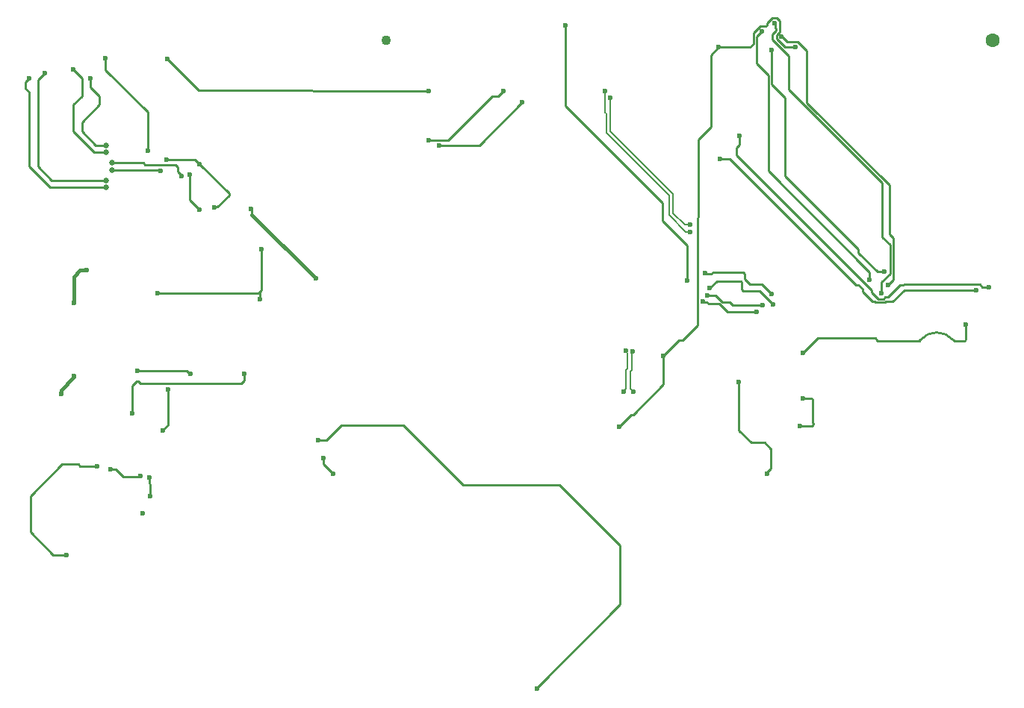
<source format=gbr>
%TF.GenerationSoftware,Altium Limited,Altium Designer,25.8.1 (18)*%
G04 Layer_Physical_Order=4*
G04 Layer_Color=16440176*
%FSLAX45Y45*%
%MOMM*%
%TF.SameCoordinates,716D66D7-A0E9-4909-A487-8E51579E39AF*%
%TF.FilePolarity,Positive*%
%TF.FileFunction,Copper,L4,Inr,Signal*%
%TF.Part,Single*%
G01*
G75*
%TA.AperFunction,Conductor*%
%ADD133C,0.25400*%
%ADD138C,0.40000*%
%TA.AperFunction,ComponentPad*%
%ADD148C,1.10000*%
%ADD149C,1.60000*%
%ADD153C,0.65000*%
%TA.AperFunction,ViaPad*%
%ADD161C,0.60000*%
%TA.AperFunction,Conductor*%
%ADD162C,0.16725*%
D133*
X12799533Y8725611D02*
G03*
X12802773Y8728807I-16145J19609D01*
G01*
X13178833Y8728750D02*
G03*
X12802773Y8728807I-188053J-158079D01*
G01*
X13178833Y8728750D02*
G03*
X13182027Y8725610I19338J16469D01*
G01*
X4267200Y11922760D02*
X4628700Y11561260D01*
X7231157Y11558657D01*
X6037580Y7322420D02*
Y7391400D01*
Y7322420D02*
X6150000Y7210000D01*
X3870000Y7900000D02*
Y8210000D01*
X3919479Y8259479D01*
X3940521D01*
X3960000Y8240000D02*
X5110000D01*
X3940521Y8259479D02*
X3960000Y8240000D01*
X5110000D02*
X5140000Y8270000D01*
Y8350000D01*
X2975719Y6289600D02*
X3123859D01*
X3625319Y7260000D02*
X3687799D01*
X4062219Y7100400D02*
Y7173100D01*
X4070319Y6965000D02*
Y7092300D01*
X4062219Y7100400D02*
X4070319Y7092300D01*
Y6965000D02*
X4075319Y6960000D01*
X3983119Y6766560D02*
X3985659D01*
X3075599Y7320280D02*
X3259247D01*
X3279567Y7299960D01*
X3472579D01*
X3953639Y7176500D02*
X3960259Y7183120D01*
X3687799Y7260000D02*
X3771938Y7175860D01*
X3904858D01*
X3905498Y7176500D02*
X3953639D01*
X3904858Y7175860D02*
X3905498Y7176500D01*
X2715319Y6550000D02*
Y6960000D01*
X3075599Y7320280D01*
X2715319Y6550000D02*
X2975719Y6289600D01*
X4280000Y7767420D02*
Y8170000D01*
X4218940Y7706360D02*
X4280000Y7767420D01*
X8458200Y4784563D02*
X8475500Y4801863D01*
Y4802660D02*
X9400000Y5727160D01*
X8458200Y4775200D02*
Y4784563D01*
X8475500Y4801863D02*
Y4802660D01*
X9400000Y5727160D02*
Y6400000D01*
X5336540Y9296540D02*
Y9761220D01*
X5320000Y9280000D02*
X5336540Y9296540D01*
X5220000Y10220000D02*
X5228748Y10211252D01*
Y10151252D02*
Y10211252D01*
X4800600Y10233660D02*
X4807220Y10240280D01*
X4837700D02*
X4968189Y10370769D01*
X4807220Y10240280D02*
X4837700D01*
X4968189Y10370769D02*
Y10391811D01*
X4630000Y10730000D02*
X4968189Y10391811D01*
X4050000Y11050000D02*
X4051260Y11051260D01*
Y11315497D01*
X4050000Y10880000D02*
Y11050000D01*
X3570000Y11796757D02*
Y11930000D01*
Y11796757D02*
X4051260Y11315497D01*
X4580000Y10780000D02*
X4630000Y10730000D01*
X4520000Y10320000D02*
Y10610000D01*
Y10320000D02*
X4630000Y10210000D01*
X3210000Y8310637D02*
Y8320000D01*
X4155440Y9263380D02*
X4158820Y9260000D01*
X5300000D01*
X5320000Y9280000D01*
X3996858Y10740000D02*
X4016858Y10720000D01*
X3643000Y10740000D02*
X3996858D01*
X4016858Y10720000D02*
X4360000D01*
X4387459Y10692541D01*
Y10641904D02*
Y10692541D01*
Y10641904D02*
X4430000Y10599363D01*
X4260000Y10780000D02*
X4580000D01*
X3648000Y10655000D02*
X4185000D01*
X11112500Y7268683D02*
Y7493000D01*
X11069320Y7216140D02*
Y7225503D01*
X11112500Y7268683D01*
X11041380Y7564120D02*
X11112500Y7493000D01*
X9525458Y7882078D02*
X9550890D01*
X9387840Y7744460D02*
X9525458Y7882078D01*
X10432080Y11966240D02*
X10520680Y12054840D01*
X10112304Y8728004D02*
X10279380Y8895080D01*
X9893300Y8552180D02*
X10069124Y8728004D01*
X9893300Y8224489D02*
Y8552180D01*
X9550890Y7882078D02*
X9893300Y8224489D01*
X10069124Y8728004D02*
X10112304D01*
X10279380Y8895080D02*
Y10116820D01*
X10432080Y11150900D02*
Y11966240D01*
X10279380Y10116820D02*
X10287000Y10124440D01*
Y11005820D02*
X10432080Y11150900D01*
X10287000Y10124440D02*
Y11005820D01*
X11173672Y12384860D02*
X11207392Y12351139D01*
X11175744Y12147502D02*
Y12193645D01*
Y12147502D02*
X11268406Y12054840D01*
X11389360D01*
X11207392Y12225293D02*
Y12351139D01*
X11127528Y12384860D02*
X11173672D01*
X11175744Y12193645D02*
X11207392Y12225293D01*
X11070167Y12327498D02*
X11127528Y12384860D01*
X10911540Y12090100D02*
Y12214592D01*
X10520680Y12054840D02*
X10876280D01*
X10911540Y12214592D02*
X10987828Y12290880D01*
X11070167Y12305485D02*
Y12327498D01*
X10987828Y12290880D02*
X11033972D01*
X11055288Y12290606D02*
X11070167Y12305485D01*
X10876280Y12054840D02*
X10911540Y12090100D01*
X11033972Y12290880D02*
X11034246Y12290606D01*
X11055288D01*
X8785860Y11845728D02*
Y12303760D01*
X8778200Y11389400D02*
Y11838069D01*
X8785860Y11845728D01*
X11240092Y12170573D02*
X11292902Y12117763D01*
X11127440Y12141500D02*
Y12199647D01*
X11315700Y11569700D02*
Y11953240D01*
X11127440Y12141500D02*
X11315700Y11953240D01*
X11231444Y12170573D02*
X11240092D01*
X11292902Y12117763D02*
X11413071D01*
X8778200Y11389400D02*
X9884982Y10282618D01*
Y10079418D02*
Y10282618D01*
Y10079418D02*
X10160000Y9804400D01*
X10349500Y9160240D02*
X10382520D01*
X10403840Y9138920D02*
X10528300D01*
X10342880Y9166860D02*
X10349500Y9160240D01*
X10382520D02*
X10403840Y9138920D01*
X10392787Y9237980D02*
X10483546D01*
X10391874Y9237067D02*
X10392787Y9237980D01*
X12783388Y8719820D02*
X12792500Y8719820D01*
X13198170Y8719820D02*
X13307420D01*
X12323053D02*
X12783388D01*
X13182027Y8725610D02*
X13189059Y8719820D01*
X12792500D02*
X12799533Y8725611D01*
X13189059Y8719820D02*
X13198170Y8719820D01*
X13322301Y8734699D02*
Y8902700D01*
X13314861Y8727259D02*
X13322301Y8734699D01*
X12292573Y8750300D02*
X12315613Y8727259D01*
X13307420Y8719820D02*
X13314861Y8727259D01*
X12315613Y8727259D02*
X12323053Y8719820D01*
X11641068Y8750300D02*
X12292573D01*
X11150600Y12329160D02*
X11159348Y12320412D01*
X10949940Y12174220D02*
X11010900Y12235180D01*
X11127440Y12199647D02*
X11168992Y12241199D01*
X11267740Y10594040D02*
Y11481770D01*
Y10594040D02*
X12103983Y9757797D01*
X11120120Y11629390D02*
X11267740Y11481770D01*
X10751820Y10948834D02*
Y11049000D01*
X10718800Y10828020D02*
Y10915814D01*
X10751820Y10948834D01*
X10718800Y10828020D02*
X12252960Y9293860D01*
X11476763Y8585995D02*
X11641068Y8750300D01*
X7233920Y10998200D02*
X7236760Y11001040D01*
X7373595D01*
X7378975Y10995660D01*
X7449820D01*
X7848600Y11394440D01*
Y11394715D01*
X7948079Y11494193D01*
X8016933D01*
X8077200Y11554460D01*
X12453620Y9934259D02*
Y10486086D01*
X11516060Y11423646D02*
Y12014775D01*
X11315700Y11569700D02*
X12374880Y10510520D01*
X11516060Y11423646D02*
X12453620Y10486086D01*
X12374880Y9895676D02*
Y10510520D01*
X12453620Y9934259D02*
X12499940Y9887939D01*
Y9416380D02*
Y9887939D01*
X7807960Y10939780D02*
X8293100Y11424920D01*
X7348220Y10939780D02*
X7807960D01*
X10483546Y9237980D02*
X10557626Y9163900D01*
X10363200Y9489440D02*
X10373360Y9479280D01*
X10436860D01*
X10454640Y9497060D01*
X10800441D01*
X10815320Y9482181D01*
Y9423400D02*
Y9482181D01*
Y9423400D02*
X10873740Y9364980D01*
X11005820D01*
X11115040Y9255760D01*
X10416540Y9319260D02*
X10497820Y9400540D01*
X10767421D01*
X10782300Y9385661D01*
Y9303659D02*
Y9385661D01*
Y9303659D02*
X10797179Y9288780D01*
X10980420D01*
X11135360Y9133840D01*
X10557626Y9163900D02*
X10640480D01*
X10681920Y9122460D01*
X11014660D01*
X10528300Y9138920D02*
X10617200Y9050020D01*
X10952480D01*
X13506776Y9331960D02*
X13583920D01*
X13478537Y9360200D02*
X13506776Y9331960D01*
X12616480Y9360200D02*
X13478537D01*
X12613640Y9357360D02*
X12616480Y9360200D01*
X12578080Y9357360D02*
X12613640D01*
X12435840Y9215120D02*
X12578080Y9357360D01*
X12408175Y9215120D02*
X12435840D01*
X12390095Y9197040D02*
X12408175Y9215120D01*
X12326559Y9197040D02*
X12390095D01*
X12303760Y9219839D02*
X12326559Y9197040D01*
X12303760Y9219839D02*
Y9220200D01*
X12252960Y9271000D02*
X12303760Y9220200D01*
X12252960Y9271000D02*
Y9293860D01*
X12414220Y9166860D02*
X12491720D01*
X12296074Y9158640D02*
X12406000D01*
X12414220Y9166860D01*
X12287854D02*
X12296074Y9158640D01*
X12265660Y9166860D02*
X12287854D01*
X12364720Y9258300D02*
Y9385025D01*
X11081720Y10647980D02*
X12230100Y9499600D01*
X11081720Y10647980D02*
Y11737640D01*
X12230100Y9415780D02*
Y9499600D01*
X12323114Y9503106D02*
X12396166D01*
X12103983Y9722237D02*
Y9757797D01*
Y9722237D02*
X12323114Y9503106D01*
X12374880Y9895676D02*
X12461540Y9809016D01*
X12396166Y9503106D02*
X12400280Y9507220D01*
X12461540Y9481845D02*
Y9809016D01*
X12438380Y9354820D02*
X12499940Y9416380D01*
X12364720Y9385025D02*
X12461540Y9481845D01*
X10647680Y10784840D02*
X12075910Y9356610D01*
X12104186D01*
X12151459Y9281061D02*
Y9309336D01*
X10530840Y10784840D02*
X10647680D01*
X12151459Y9281061D02*
X12265660Y9166860D01*
X12104186Y9356610D02*
X12151459Y9309336D01*
X12491720Y9166860D02*
X12623800Y9298940D01*
X13439140D01*
X10160000Y9408160D02*
Y9804400D01*
X11168992Y12241199D02*
Y12262241D01*
X11159348Y12271885D02*
Y12320412D01*
Y12271885D02*
X11168992Y12262241D01*
X11120120Y11629390D02*
Y12021820D01*
X11413071Y12117763D02*
X11516060Y12014775D01*
X10949940Y11869420D02*
X11081720Y11737640D01*
X10949940Y11869420D02*
Y12174220D01*
X6941476Y7761260D02*
X7617732Y7085004D01*
X8714996D01*
X5980000Y7590000D02*
X6071739D01*
X6242999Y7761260D01*
X6941476D01*
X8714996Y7085004D02*
X9400000Y6400000D01*
X2661600Y11584094D02*
Y11653843D01*
X2704680Y11696923D01*
Y11700000D01*
X11574780Y7752080D02*
X11589659Y7766959D01*
X11440160Y7752080D02*
X11574780D01*
X11587480Y7790180D02*
X11589659Y7788001D01*
Y7766959D02*
Y7788001D01*
X11470640Y8069580D02*
X11572601D01*
X11587480Y8054701D01*
Y7790180D02*
Y8054701D01*
X10746740Y7703820D02*
Y8255000D01*
Y7703820D02*
X10886440Y7564120D01*
X11041380D01*
X2800000Y11680000D02*
X2880000Y11760000D01*
X2800000Y10700000D02*
Y11680000D01*
X4519284Y8350000D02*
X4530000D01*
X4489284Y8380000D02*
X4519284Y8350000D01*
X3930000Y8380000D02*
X4489284D01*
X5320000Y9190000D02*
Y9280000D01*
X3300000Y11100000D02*
Y11200000D01*
Y11100000D02*
X3460000Y10940000D01*
X3573000D01*
X3200000Y11800000D02*
X3300000Y11700000D01*
Y11500000D02*
Y11700000D01*
X3400000Y11600000D02*
Y11700000D01*
Y11600000D02*
X3500000Y11500000D01*
X2661600Y11584094D02*
X2700000Y11545694D01*
Y10700000D02*
Y11545694D01*
Y10700000D02*
X2940000Y10460000D01*
X2800000Y10700000D02*
X2960000Y10540000D01*
X3573000D01*
X2940000Y10460000D02*
X3573000D01*
X3200000Y11400000D02*
X3300000Y11500000D01*
X3200000Y11100000D02*
Y11400000D01*
Y11100000D02*
X3440000Y10860000D01*
X3573000D01*
X3500000Y11400000D02*
Y11500000D01*
X3300000Y11200000D02*
X3500000Y11400000D01*
D138*
X3064000Y8115660D02*
Y8164637D01*
X3206173Y8306811D02*
Y8310761D01*
X3064000Y8164637D02*
X3206173Y8306811D01*
Y8310761D02*
X3210000D01*
X5228748Y10151252D02*
X5950000Y9430000D01*
X3210000Y9447870D02*
X3282050Y9519920D01*
X3357880D01*
X3210000Y9150000D02*
Y9447870D01*
D148*
X6747500Y12128800D02*
D03*
D149*
X13627499D02*
D03*
D153*
X3573000Y10540000D02*
D03*
Y10460000D02*
D03*
Y10940000D02*
D03*
Y10860000D02*
D03*
X3643000Y10660000D02*
D03*
Y10740000D02*
D03*
D161*
X6150000Y7210000D02*
D03*
X6037580Y7391400D02*
D03*
X3870000Y7900000D02*
D03*
X5140000Y8350000D02*
D03*
X3985659Y6766560D02*
D03*
X4075319Y6960000D02*
D03*
X3625319Y7260000D02*
D03*
X3472579Y7299960D02*
D03*
X3123859Y6289600D02*
D03*
X3960259Y7183120D02*
D03*
X4062219Y7173100D02*
D03*
X4214259Y7706360D02*
D03*
X4280000Y8170000D02*
D03*
X8458200Y4775200D02*
D03*
X5336540Y9761220D02*
D03*
X4800600Y10233660D02*
D03*
X4050000Y10880000D02*
D03*
X5220000Y10220000D02*
D03*
X5950000Y9430000D02*
D03*
X3570000Y11930000D02*
D03*
X3064000Y8115660D02*
D03*
X4155440Y9263380D02*
D03*
X3357880Y9519920D02*
D03*
X4260000Y10780000D02*
D03*
X9544575Y8604541D02*
D03*
X9471660Y8608060D02*
D03*
X9550400Y8143240D02*
D03*
X9438640Y8145780D02*
D03*
X11069320Y7216140D02*
D03*
X9387840Y7744460D02*
D03*
X11389360Y12054840D02*
D03*
X10520680D02*
D03*
X9893300Y8552180D02*
D03*
X8785860Y12303760D02*
D03*
X11231444Y12170573D02*
D03*
X7231157Y11558657D02*
D03*
X10195560Y10038080D02*
D03*
X10198100Y9959340D02*
D03*
X10342880Y9166860D02*
D03*
X10391874Y9237067D02*
D03*
X11150600Y12329160D02*
D03*
X11010900Y12235180D02*
D03*
X9232900Y11557000D02*
D03*
X9291320Y11483340D02*
D03*
X10751820Y11049000D02*
D03*
X11476763Y8585995D02*
D03*
X13322301Y8902700D02*
D03*
X7233920Y10998200D02*
D03*
X8077200Y11554460D02*
D03*
X10416540Y9319260D02*
D03*
X10363200Y9489440D02*
D03*
X10952480Y9050020D02*
D03*
X11014660Y9122460D02*
D03*
X11135360Y9133840D02*
D03*
X11115040Y9255760D02*
D03*
X7348220Y10939780D02*
D03*
X12364720Y9258300D02*
D03*
X12400280Y9507220D02*
D03*
X10530840Y10784840D02*
D03*
X13439140Y9298940D02*
D03*
X13583920Y9331960D02*
D03*
X10160000Y9408160D02*
D03*
X11120120Y12021820D02*
D03*
X12438380Y9354820D02*
D03*
X12230100Y9415780D02*
D03*
X5980000Y7590000D02*
D03*
X8293100Y11424920D02*
D03*
X4267200Y11922760D02*
D03*
X2704680Y11700000D02*
D03*
X11440160Y7752080D02*
D03*
X11470640Y8069580D02*
D03*
X10746740Y8255000D02*
D03*
X2880000Y11760000D02*
D03*
X4190000Y10650000D02*
D03*
X4430000Y10590000D02*
D03*
X4530000Y8350000D02*
D03*
X3930000Y8380000D02*
D03*
X3210000Y8320000D02*
D03*
Y9150000D02*
D03*
X5320000Y9190000D02*
D03*
X4630000Y10210000D02*
D03*
X4520000Y10610000D02*
D03*
X4630000Y10730000D02*
D03*
X3400000Y11700000D02*
D03*
X3200000Y11800000D02*
D03*
D162*
X9531480Y8579735D02*
X9544575Y8592830D01*
Y8604541D01*
X9549317Y8143240D02*
X9550400D01*
X9517882Y8174675D02*
X9549317Y8143240D01*
X9531480Y8386212D02*
Y8579735D01*
X9517882Y8372615D02*
X9531480Y8386212D01*
X9517882Y8174675D02*
Y8372615D01*
X9484755Y8405566D02*
Y8583255D01*
X9471660Y8596350D02*
X9484755Y8583255D01*
X9471660Y8596350D02*
Y8608060D01*
X9471158Y8391969D02*
X9484755Y8405566D01*
X9439723Y8145780D02*
X9471158Y8177215D01*
Y8391969D01*
X9438640Y8145780D02*
X9439723D01*
X10143013Y9959531D02*
X10197909D01*
X9954375Y10148169D02*
X10143013Y9959531D01*
X10001099Y10167523D02*
X10132110Y10036513D01*
X10193993D01*
X10197909Y9959531D02*
X10198100Y9959340D01*
X10193993Y10036513D02*
X10195560Y10038080D01*
X9244595Y11080396D02*
X9954375Y10370617D01*
X9291320Y11099750D02*
X10001099Y10389971D01*
Y10167523D02*
Y10389971D01*
X9954375Y10148169D02*
Y10370617D01*
X9244595Y11080396D02*
Y11301426D01*
X9232900Y11313121D02*
Y11557000D01*
Y11313121D02*
X9244595Y11301426D01*
X9291320Y11099750D02*
Y11483340D01*
%TF.MD5,94a39013c73332b221bb4ccd7f1218f4*%
M02*

</source>
